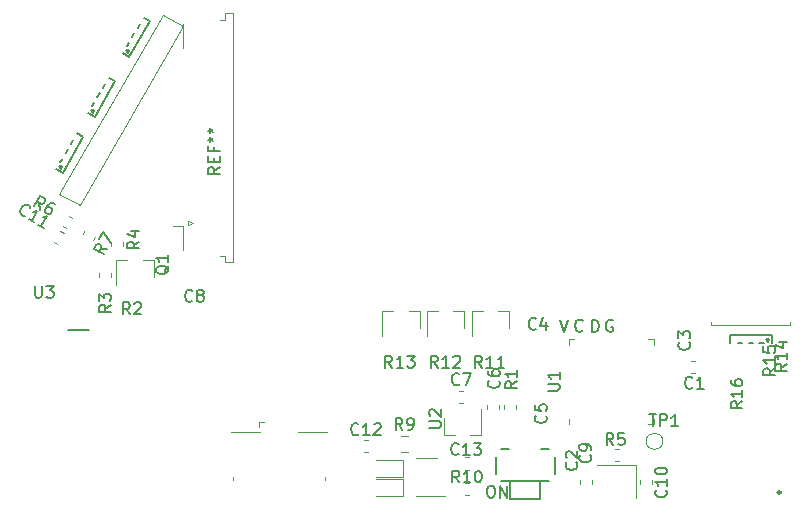
<source format=gto>
G04 #@! TF.GenerationSoftware,KiCad,Pcbnew,(5.1.6)-1*
G04 #@! TF.CreationDate,2021-01-06T20:51:57+08:00*
G04 #@! TF.ProjectId,main_V1.0,6d61696e-5f56-4312-9e30-2e6b69636164,rev?*
G04 #@! TF.SameCoordinates,Original*
G04 #@! TF.FileFunction,Legend,Top*
G04 #@! TF.FilePolarity,Positive*
%FSLAX46Y46*%
G04 Gerber Fmt 4.6, Leading zero omitted, Abs format (unit mm)*
G04 Created by KiCad (PCBNEW (5.1.6)-1) date 2021-01-06 20:51:57*
%MOMM*%
%LPD*%
G01*
G04 APERTURE LIST*
%ADD10C,0.152400*%
%ADD11C,0.120000*%
%ADD12C,0.150000*%
%ADD13C,0.250000*%
G04 APERTURE END LIST*
D10*
X80999995Y-19392900D02*
X80903233Y-19344519D01*
X80758090Y-19344519D01*
X80612947Y-19392900D01*
X80516185Y-19489661D01*
X80467804Y-19586423D01*
X80419423Y-19779947D01*
X80419423Y-19925090D01*
X80467804Y-20118614D01*
X80516185Y-20215376D01*
X80612947Y-20312138D01*
X80758090Y-20360519D01*
X80854852Y-20360519D01*
X80999995Y-20312138D01*
X81048376Y-20263757D01*
X81048376Y-19925090D01*
X80854852Y-19925090D01*
X79248604Y-20373219D02*
X79248604Y-19357219D01*
X79490509Y-19357219D01*
X79635652Y-19405600D01*
X79732414Y-19502361D01*
X79780795Y-19599123D01*
X79829176Y-19792647D01*
X79829176Y-19937790D01*
X79780795Y-20131314D01*
X79732414Y-20228076D01*
X79635652Y-20324838D01*
X79490509Y-20373219D01*
X79248604Y-20373219D01*
X78457576Y-20238357D02*
X78409195Y-20286738D01*
X78264052Y-20335119D01*
X78167290Y-20335119D01*
X78022147Y-20286738D01*
X77925385Y-20189976D01*
X77877004Y-20093214D01*
X77828623Y-19899690D01*
X77828623Y-19754547D01*
X77877004Y-19561023D01*
X77925385Y-19464261D01*
X78022147Y-19367500D01*
X78167290Y-19319119D01*
X78264052Y-19319119D01*
X78409195Y-19367500D01*
X78457576Y-19415880D01*
X76521733Y-19344519D02*
X76860400Y-20360519D01*
X77199066Y-19344519D01*
X70605347Y-33378019D02*
X70798871Y-33378019D01*
X70895633Y-33426400D01*
X70992395Y-33523161D01*
X71040776Y-33716685D01*
X71040776Y-34055352D01*
X70992395Y-34248876D01*
X70895633Y-34345638D01*
X70798871Y-34394019D01*
X70605347Y-34394019D01*
X70508585Y-34345638D01*
X70411823Y-34248876D01*
X70363442Y-34055352D01*
X70363442Y-33716685D01*
X70411823Y-33523161D01*
X70508585Y-33426400D01*
X70605347Y-33378019D01*
X71476204Y-34394019D02*
X71476204Y-33378019D01*
X72056776Y-34394019D01*
X72056776Y-33378019D01*
D11*
X34163299Y-8653044D02*
X35895349Y-9653044D01*
X42913300Y6502400D02*
X44645350Y5502400D01*
X44645350Y5502400D02*
X35895349Y-9653044D01*
X42913300Y6502400D02*
X34163299Y-8653044D01*
X96037400Y-19507200D02*
X96037400Y-19799300D01*
X89340000Y-19500000D02*
X89344500Y-19799300D01*
X89344500Y-19799300D02*
X96037400Y-19799300D01*
X47771500Y6069500D02*
X48216000Y6069500D01*
X48216000Y6641000D02*
X48216000Y6069500D01*
X44596500Y3656500D02*
X44596500Y5688500D01*
X48216000Y6641000D02*
X48851000Y6641000D01*
X47771500Y-13933000D02*
X48216000Y-13933000D01*
X48851000Y6641000D02*
X48851000Y-14441000D01*
X48216000Y-14441000D02*
X48851000Y-14441000D01*
X48216000Y-13933000D02*
X48216000Y-14441000D01*
X44596500Y-11408500D02*
X43771000Y-11408500D01*
X44596500Y-13425000D02*
X44596500Y-11408500D01*
X45462500Y-11150000D02*
X45062500Y-10950000D01*
X45062500Y-11350000D02*
X45462500Y-11150000D01*
X45062500Y-10950000D02*
X45062500Y-11350000D01*
X39562500Y-12727721D02*
X39562500Y-13053279D01*
X38542500Y-12727721D02*
X38542500Y-13053279D01*
X37162562Y-12331429D02*
X36999783Y-12613371D01*
X36279217Y-11821429D02*
X36116438Y-12103371D01*
D12*
X41827319Y5940742D02*
X41287785Y6252242D01*
X40077319Y2909654D02*
X39537785Y3221154D01*
X40077319Y2909654D02*
X41827319Y5940742D01*
X40052748Y3478096D02*
X39769278Y3495111D01*
X39769278Y3495111D02*
X39925748Y3258125D01*
X39925748Y3258125D02*
X40052748Y3478096D01*
X39873035Y3801824D02*
X40063535Y4131779D01*
X40317535Y4571720D02*
X40508035Y4901676D01*
X40793785Y5396609D02*
X40984285Y5726565D01*
X38880919Y860742D02*
X38341385Y1172242D01*
X37130919Y-2170346D02*
X36591385Y-1858846D01*
X37130919Y-2170346D02*
X38880919Y860742D01*
X37106348Y-1601904D02*
X36822878Y-1584889D01*
X36822878Y-1584889D02*
X36979348Y-1821875D01*
X36979348Y-1821875D02*
X37106348Y-1601904D01*
X36926635Y-1278176D02*
X37117135Y-948221D01*
X37371135Y-508280D02*
X37561635Y-178324D01*
X37847385Y316609D02*
X38037885Y646565D01*
X36195519Y-3875956D02*
X35655985Y-3564456D01*
X34445519Y-6907044D02*
X33905985Y-6595544D01*
X34445519Y-6907044D02*
X36195519Y-3875956D01*
X34420948Y-6338602D02*
X34137478Y-6321587D01*
X34137478Y-6321587D02*
X34293948Y-6558573D01*
X34293948Y-6558573D02*
X34420948Y-6338602D01*
X34241235Y-6014874D02*
X34431735Y-5684919D01*
X34685735Y-5244978D02*
X34876235Y-4915022D01*
X35161985Y-4420089D02*
X35352485Y-4090133D01*
X90972700Y-20649500D02*
X90972700Y-21272500D01*
X94472700Y-20649500D02*
X94472700Y-21272500D01*
X94472700Y-20649500D02*
X90972700Y-20649500D01*
X93992700Y-20955000D02*
X94119700Y-21209000D01*
X94119700Y-21209000D02*
X94246700Y-20955000D01*
X94246700Y-20955000D02*
X93992700Y-20955000D01*
X93802200Y-21272500D02*
X93421200Y-21272500D01*
X92913200Y-21272500D02*
X92532200Y-21272500D01*
X91960700Y-21272500D02*
X91579700Y-21272500D01*
D13*
X95228800Y-33960900D02*
G75*
G03*
X95228800Y-33960900I-125000J0D01*
G01*
D11*
X51068500Y-27964300D02*
X51068500Y-28414300D01*
X48868500Y-32914300D02*
X48868500Y-32664300D01*
X51068500Y-27964300D02*
X51518500Y-27964300D01*
X48704500Y-28816300D02*
X51181000Y-28816300D01*
X56668500Y-32914300D02*
X56668500Y-32664300D01*
X54356000Y-28816300D02*
X56832500Y-28816300D01*
X82968100Y-34458100D02*
X82968100Y-31658100D01*
X82968100Y-31658100D02*
X79668100Y-31658100D01*
D12*
X36690300Y-20205700D02*
X34848800Y-20205700D01*
D11*
X66707900Y-29093700D02*
X67637900Y-29093700D01*
X69867900Y-29093700D02*
X68937900Y-29093700D01*
X69867900Y-29093700D02*
X69867900Y-26933700D01*
X66707900Y-29093700D02*
X66707900Y-27633700D01*
X77263600Y-21439500D02*
X77263600Y-20964500D01*
X77263600Y-20964500D02*
X77738600Y-20964500D01*
X84483600Y-27709500D02*
X84483600Y-28184500D01*
X84483600Y-28184500D02*
X84008600Y-28184500D01*
X84483600Y-21439500D02*
X84483600Y-20964500D01*
X84483600Y-20964500D02*
X84008600Y-20964500D01*
X77263600Y-27709500D02*
X77263600Y-28184500D01*
X85243900Y-29629100D02*
G75*
G03*
X85243900Y-29629100I-700000J0D01*
G01*
D12*
X72313800Y-34505900D02*
X74853800Y-34505900D01*
X74853800Y-32981900D02*
X74853800Y-34481900D01*
X72313800Y-32981900D02*
X72313800Y-34481900D01*
X75615800Y-32981900D02*
X71551800Y-32981900D01*
X76083800Y-30982400D02*
X76083800Y-32410400D01*
X75615800Y-30283900D02*
X74957300Y-30283900D01*
X71083800Y-30982400D02*
X71083800Y-32410400D01*
X72186800Y-30283900D02*
X71551800Y-30283900D01*
D11*
X68518821Y-33183100D02*
X68844379Y-33183100D01*
X68518821Y-34203100D02*
X68844379Y-34203100D01*
X63114422Y-29147700D02*
X63631578Y-29147700D01*
X63114422Y-30567700D02*
X63631578Y-30567700D01*
X34975529Y-10538638D02*
X35257471Y-10701417D01*
X34465529Y-11421983D02*
X34747471Y-11584762D01*
X81531679Y-31269400D02*
X81206121Y-31269400D01*
X81531679Y-30249400D02*
X81206121Y-30249400D01*
X38508400Y-15369321D02*
X38508400Y-15694879D01*
X37488400Y-15369321D02*
X37488400Y-15694879D01*
X72823800Y-26545321D02*
X72823800Y-26870879D01*
X71803800Y-26545321D02*
X71803800Y-26870879D01*
X64673600Y-18556695D02*
X63743600Y-18556695D01*
X61513600Y-18556695D02*
X62443600Y-18556695D01*
X61513600Y-18556695D02*
X61513600Y-20716695D01*
X64673600Y-18556695D02*
X64673600Y-20016695D01*
X68432802Y-18569399D02*
X67502802Y-18569399D01*
X65272802Y-18569399D02*
X66202802Y-18569399D01*
X65272802Y-18569399D02*
X65272802Y-20729399D01*
X68432802Y-18569399D02*
X68432802Y-20029399D01*
X72242795Y-18582101D02*
X71312795Y-18582101D01*
X69082795Y-18582101D02*
X70012795Y-18582101D01*
X69082795Y-18582101D02*
X69082795Y-20742101D01*
X72242795Y-18582101D02*
X72242795Y-20042101D01*
X42143800Y-14264100D02*
X41213800Y-14264100D01*
X38983800Y-14264100D02*
X39913800Y-14264100D01*
X38983800Y-14264100D02*
X38983800Y-16424100D01*
X42143800Y-14264100D02*
X42143800Y-15724100D01*
X66165300Y-31003600D02*
X64365300Y-31003600D01*
X64365300Y-34223600D02*
X66815300Y-34223600D01*
X60972800Y-34263000D02*
X63257800Y-34263000D01*
X63257800Y-34263000D02*
X63257800Y-32793000D01*
X63257800Y-32793000D02*
X60972800Y-32793000D01*
X60972800Y-32675500D02*
X63257800Y-32675500D01*
X63257800Y-32675500D02*
X63257800Y-31205500D01*
X63257800Y-31205500D02*
X60972800Y-31205500D01*
X68844379Y-32018700D02*
X68518821Y-32018700D01*
X68844379Y-30998700D02*
X68518821Y-30998700D01*
X59984421Y-29550900D02*
X60309979Y-29550900D01*
X59984421Y-30570900D02*
X60309979Y-30570900D01*
X34226229Y-11846738D02*
X34508171Y-12009517D01*
X33716229Y-12730083D02*
X33998171Y-12892862D01*
X83297300Y-33220879D02*
X83297300Y-32895321D01*
X84317300Y-33220879D02*
X84317300Y-32895321D01*
X78230000Y-33233579D02*
X78230000Y-32908021D01*
X79250000Y-33233579D02*
X79250000Y-32908021D01*
X68010821Y-25334500D02*
X68336379Y-25334500D01*
X68010821Y-26354500D02*
X68336379Y-26354500D01*
X70330600Y-26870879D02*
X70330600Y-26545321D01*
X71350600Y-26870879D02*
X71350600Y-26545321D01*
X87970579Y-23814500D02*
X87645021Y-23814500D01*
X87970579Y-22794500D02*
X87645021Y-22794500D01*
D12*
X47734480Y-6413333D02*
X47258290Y-6746666D01*
X47734480Y-6984761D02*
X46734480Y-6984761D01*
X46734480Y-6603809D01*
X46782100Y-6508571D01*
X46829719Y-6460952D01*
X46924957Y-6413333D01*
X47067814Y-6413333D01*
X47163052Y-6460952D01*
X47210671Y-6508571D01*
X47258290Y-6603809D01*
X47258290Y-6984761D01*
X47210671Y-5984761D02*
X47210671Y-5651428D01*
X47734480Y-5508571D02*
X47734480Y-5984761D01*
X46734480Y-5984761D01*
X46734480Y-5508571D01*
X47210671Y-4746666D02*
X47210671Y-5080000D01*
X47734480Y-5080000D02*
X46734480Y-5080000D01*
X46734480Y-4603809D01*
X46734480Y-4080000D02*
X46972576Y-4080000D01*
X46877338Y-4318095D02*
X46972576Y-4080000D01*
X46877338Y-3841904D01*
X47163052Y-4222857D02*
X46972576Y-4080000D01*
X47163052Y-3937142D01*
X46734480Y-3318095D02*
X46972576Y-3318095D01*
X46877338Y-3556190D02*
X46972576Y-3318095D01*
X46877338Y-3080000D01*
X47163052Y-3460952D02*
X46972576Y-3318095D01*
X47163052Y-3175238D01*
X40914580Y-12714266D02*
X40438390Y-13047600D01*
X40914580Y-13285695D02*
X39914580Y-13285695D01*
X39914580Y-12904742D01*
X39962200Y-12809504D01*
X40009819Y-12761885D01*
X40105057Y-12714266D01*
X40247914Y-12714266D01*
X40343152Y-12761885D01*
X40390771Y-12809504D01*
X40438390Y-12904742D01*
X40438390Y-13285695D01*
X40247914Y-11857123D02*
X40914580Y-11857123D01*
X39866961Y-12095219D02*
X40581247Y-12333314D01*
X40581247Y-11714266D01*
X38217940Y-13311828D02*
X37638880Y-13362407D01*
X37932225Y-13806699D02*
X37066200Y-13306699D01*
X37256676Y-12976785D01*
X37345534Y-12918116D01*
X37410583Y-12900686D01*
X37516871Y-12907066D01*
X37640589Y-12978494D01*
X37699258Y-13067353D01*
X37716688Y-13132401D01*
X37710308Y-13238690D01*
X37519832Y-13568604D01*
X37518581Y-12523152D02*
X37851914Y-11945802D01*
X38503654Y-12816956D01*
X62323742Y-23388580D02*
X61990409Y-22912390D01*
X61752314Y-23388580D02*
X61752314Y-22388580D01*
X62133266Y-22388580D01*
X62228504Y-22436200D01*
X62276123Y-22483819D01*
X62323742Y-22579057D01*
X62323742Y-22721914D01*
X62276123Y-22817152D01*
X62228504Y-22864771D01*
X62133266Y-22912390D01*
X61752314Y-22912390D01*
X63276123Y-23388580D02*
X62704695Y-23388580D01*
X62990409Y-23388580D02*
X62990409Y-22388580D01*
X62895171Y-22531438D01*
X62799933Y-22626676D01*
X62704695Y-22674295D01*
X63609457Y-22388580D02*
X64228504Y-22388580D01*
X63895171Y-22769533D01*
X64038028Y-22769533D01*
X64133266Y-22817152D01*
X64180885Y-22864771D01*
X64228504Y-22960009D01*
X64228504Y-23198104D01*
X64180885Y-23293342D01*
X64133266Y-23340961D01*
X64038028Y-23388580D01*
X63752314Y-23388580D01*
X63657076Y-23340961D01*
X63609457Y-23293342D01*
X66184542Y-23388580D02*
X65851209Y-22912390D01*
X65613114Y-23388580D02*
X65613114Y-22388580D01*
X65994066Y-22388580D01*
X66089304Y-22436200D01*
X66136923Y-22483819D01*
X66184542Y-22579057D01*
X66184542Y-22721914D01*
X66136923Y-22817152D01*
X66089304Y-22864771D01*
X65994066Y-22912390D01*
X65613114Y-22912390D01*
X67136923Y-23388580D02*
X66565495Y-23388580D01*
X66851209Y-23388580D02*
X66851209Y-22388580D01*
X66755971Y-22531438D01*
X66660733Y-22626676D01*
X66565495Y-22674295D01*
X67517876Y-22483819D02*
X67565495Y-22436200D01*
X67660733Y-22388580D01*
X67898828Y-22388580D01*
X67994066Y-22436200D01*
X68041685Y-22483819D01*
X68089304Y-22579057D01*
X68089304Y-22674295D01*
X68041685Y-22817152D01*
X67470257Y-23388580D01*
X68089304Y-23388580D01*
X69918342Y-23413980D02*
X69585009Y-22937790D01*
X69346914Y-23413980D02*
X69346914Y-22413980D01*
X69727866Y-22413980D01*
X69823104Y-22461600D01*
X69870723Y-22509219D01*
X69918342Y-22604457D01*
X69918342Y-22747314D01*
X69870723Y-22842552D01*
X69823104Y-22890171D01*
X69727866Y-22937790D01*
X69346914Y-22937790D01*
X70870723Y-23413980D02*
X70299295Y-23413980D01*
X70585009Y-23413980D02*
X70585009Y-22413980D01*
X70489771Y-22556838D01*
X70394533Y-22652076D01*
X70299295Y-22699695D01*
X71823104Y-23413980D02*
X71251676Y-23413980D01*
X71537390Y-23413980D02*
X71537390Y-22413980D01*
X71442152Y-22556838D01*
X71346914Y-22652076D01*
X71251676Y-22699695D01*
X40130433Y-18867380D02*
X39797100Y-18391190D01*
X39559004Y-18867380D02*
X39559004Y-17867380D01*
X39939957Y-17867380D01*
X40035195Y-17915000D01*
X40082814Y-17962619D01*
X40130433Y-18057857D01*
X40130433Y-18200714D01*
X40082814Y-18295952D01*
X40035195Y-18343571D01*
X39939957Y-18391190D01*
X39559004Y-18391190D01*
X40511385Y-17962619D02*
X40559004Y-17915000D01*
X40654242Y-17867380D01*
X40892338Y-17867380D01*
X40987576Y-17915000D01*
X41035195Y-17962619D01*
X41082814Y-18057857D01*
X41082814Y-18153095D01*
X41035195Y-18295952D01*
X40463766Y-18867380D01*
X41082814Y-18867380D01*
X45422433Y-17706942D02*
X45374814Y-17754561D01*
X45231957Y-17802180D01*
X45136719Y-17802180D01*
X44993861Y-17754561D01*
X44898623Y-17659323D01*
X44851004Y-17564085D01*
X44803385Y-17373609D01*
X44803385Y-17230752D01*
X44851004Y-17040276D01*
X44898623Y-16945038D01*
X44993861Y-16849800D01*
X45136719Y-16802180D01*
X45231957Y-16802180D01*
X45374814Y-16849800D01*
X45422433Y-16897419D01*
X45993861Y-17230752D02*
X45898623Y-17183133D01*
X45851004Y-17135514D01*
X45803385Y-17040276D01*
X45803385Y-16992657D01*
X45851004Y-16897419D01*
X45898623Y-16849800D01*
X45993861Y-16802180D01*
X46184338Y-16802180D01*
X46279576Y-16849800D01*
X46327195Y-16897419D01*
X46374814Y-16992657D01*
X46374814Y-17040276D01*
X46327195Y-17135514D01*
X46279576Y-17183133D01*
X46184338Y-17230752D01*
X45993861Y-17230752D01*
X45898623Y-17278371D01*
X45851004Y-17325990D01*
X45803385Y-17421228D01*
X45803385Y-17611704D01*
X45851004Y-17706942D01*
X45898623Y-17754561D01*
X45993861Y-17802180D01*
X46184338Y-17802180D01*
X46279576Y-17754561D01*
X46327195Y-17706942D01*
X46374814Y-17611704D01*
X46374814Y-17421228D01*
X46327195Y-17325990D01*
X46279576Y-17278371D01*
X46184338Y-17230752D01*
X75325242Y-27446266D02*
X75372861Y-27493885D01*
X75420480Y-27636742D01*
X75420480Y-27731980D01*
X75372861Y-27874838D01*
X75277623Y-27970076D01*
X75182385Y-28017695D01*
X74991909Y-28065314D01*
X74849052Y-28065314D01*
X74658576Y-28017695D01*
X74563338Y-27970076D01*
X74468100Y-27874838D01*
X74420480Y-27731980D01*
X74420480Y-27636742D01*
X74468100Y-27493885D01*
X74515719Y-27446266D01*
X74420480Y-26541504D02*
X74420480Y-27017695D01*
X74896671Y-27065314D01*
X74849052Y-27017695D01*
X74801433Y-26922457D01*
X74801433Y-26684361D01*
X74849052Y-26589123D01*
X74896671Y-26541504D01*
X74991909Y-26493885D01*
X75230004Y-26493885D01*
X75325242Y-26541504D01*
X75372861Y-26589123D01*
X75420480Y-26684361D01*
X75420480Y-26922457D01*
X75372861Y-27017695D01*
X75325242Y-27065314D01*
X74509333Y-20081842D02*
X74461714Y-20129461D01*
X74318857Y-20177080D01*
X74223619Y-20177080D01*
X74080761Y-20129461D01*
X73985523Y-20034223D01*
X73937904Y-19938985D01*
X73890285Y-19748509D01*
X73890285Y-19605652D01*
X73937904Y-19415176D01*
X73985523Y-19319938D01*
X74080761Y-19224700D01*
X74223619Y-19177080D01*
X74318857Y-19177080D01*
X74461714Y-19224700D01*
X74509333Y-19272319D01*
X75366476Y-19510414D02*
X75366476Y-20177080D01*
X75128380Y-19129461D02*
X74890285Y-19843747D01*
X75509333Y-19843747D01*
X87466442Y-21248666D02*
X87514061Y-21296285D01*
X87561680Y-21439142D01*
X87561680Y-21534380D01*
X87514061Y-21677238D01*
X87418823Y-21772476D01*
X87323585Y-21820095D01*
X87133109Y-21867714D01*
X86990252Y-21867714D01*
X86799776Y-21820095D01*
X86704538Y-21772476D01*
X86609300Y-21677238D01*
X86561680Y-21534380D01*
X86561680Y-21439142D01*
X86609300Y-21296285D01*
X86656919Y-21248666D01*
X86561680Y-20915333D02*
X86561680Y-20296285D01*
X86942633Y-20629619D01*
X86942633Y-20486761D01*
X86990252Y-20391523D01*
X87037871Y-20343904D01*
X87133109Y-20296285D01*
X87371204Y-20296285D01*
X87466442Y-20343904D01*
X87514061Y-20391523D01*
X87561680Y-20486761D01*
X87561680Y-20772476D01*
X87514061Y-20867714D01*
X87466442Y-20915333D01*
X77916042Y-31408666D02*
X77963661Y-31456285D01*
X78011280Y-31599142D01*
X78011280Y-31694380D01*
X77963661Y-31837238D01*
X77868423Y-31932476D01*
X77773185Y-31980095D01*
X77582709Y-32027714D01*
X77439852Y-32027714D01*
X77249376Y-31980095D01*
X77154138Y-31932476D01*
X77058900Y-31837238D01*
X77011280Y-31694380D01*
X77011280Y-31599142D01*
X77058900Y-31456285D01*
X77106519Y-31408666D01*
X77106519Y-31027714D02*
X77058900Y-30980095D01*
X77011280Y-30884857D01*
X77011280Y-30646761D01*
X77058900Y-30551523D01*
X77106519Y-30503904D01*
X77201757Y-30456285D01*
X77296995Y-30456285D01*
X77439852Y-30503904D01*
X78011280Y-31075333D01*
X78011280Y-30456285D01*
X91988880Y-26253257D02*
X91512690Y-26586590D01*
X91988880Y-26824685D02*
X90988880Y-26824685D01*
X90988880Y-26443733D01*
X91036500Y-26348495D01*
X91084119Y-26300876D01*
X91179357Y-26253257D01*
X91322214Y-26253257D01*
X91417452Y-26300876D01*
X91465071Y-26348495D01*
X91512690Y-26443733D01*
X91512690Y-26824685D01*
X91988880Y-25300876D02*
X91988880Y-25872304D01*
X91988880Y-25586590D02*
X90988880Y-25586590D01*
X91131738Y-25681828D01*
X91226976Y-25777066D01*
X91274595Y-25872304D01*
X90988880Y-24443733D02*
X90988880Y-24634209D01*
X91036500Y-24729447D01*
X91084119Y-24777066D01*
X91226976Y-24872304D01*
X91417452Y-24919923D01*
X91798404Y-24919923D01*
X91893642Y-24872304D01*
X91941261Y-24824685D01*
X91988880Y-24729447D01*
X91988880Y-24538971D01*
X91941261Y-24443733D01*
X91893642Y-24396114D01*
X91798404Y-24348495D01*
X91560309Y-24348495D01*
X91465071Y-24396114D01*
X91417452Y-24443733D01*
X91369833Y-24538971D01*
X91369833Y-24729447D01*
X91417452Y-24824685D01*
X91465071Y-24872304D01*
X91560309Y-24919923D01*
X94767580Y-23446557D02*
X94291390Y-23779890D01*
X94767580Y-24017985D02*
X93767580Y-24017985D01*
X93767580Y-23637033D01*
X93815200Y-23541795D01*
X93862819Y-23494176D01*
X93958057Y-23446557D01*
X94100914Y-23446557D01*
X94196152Y-23494176D01*
X94243771Y-23541795D01*
X94291390Y-23637033D01*
X94291390Y-24017985D01*
X94767580Y-22494176D02*
X94767580Y-23065604D01*
X94767580Y-22779890D02*
X93767580Y-22779890D01*
X93910438Y-22875128D01*
X94005676Y-22970366D01*
X94053295Y-23065604D01*
X93767580Y-21589414D02*
X93767580Y-22065604D01*
X94243771Y-22113223D01*
X94196152Y-22065604D01*
X94148533Y-21970366D01*
X94148533Y-21732271D01*
X94196152Y-21637033D01*
X94243771Y-21589414D01*
X94339009Y-21541795D01*
X94577104Y-21541795D01*
X94672342Y-21589414D01*
X94719961Y-21637033D01*
X94767580Y-21732271D01*
X94767580Y-21970366D01*
X94719961Y-22065604D01*
X94672342Y-22113223D01*
X95755680Y-23065557D02*
X95279490Y-23398890D01*
X95755680Y-23636985D02*
X94755680Y-23636985D01*
X94755680Y-23256033D01*
X94803300Y-23160795D01*
X94850919Y-23113176D01*
X94946157Y-23065557D01*
X95089014Y-23065557D01*
X95184252Y-23113176D01*
X95231871Y-23160795D01*
X95279490Y-23256033D01*
X95279490Y-23636985D01*
X95755680Y-22113176D02*
X95755680Y-22684604D01*
X95755680Y-22398890D02*
X94755680Y-22398890D01*
X94898538Y-22494128D01*
X94993776Y-22589366D01*
X95041395Y-22684604D01*
X95089014Y-21256033D02*
X95755680Y-21256033D01*
X94708061Y-21494128D02*
X95422347Y-21732223D01*
X95422347Y-21113176D01*
X32092995Y-16470380D02*
X32092995Y-17279904D01*
X32140614Y-17375142D01*
X32188233Y-17422761D01*
X32283471Y-17470380D01*
X32473947Y-17470380D01*
X32569185Y-17422761D01*
X32616804Y-17375142D01*
X32664423Y-17279904D01*
X32664423Y-16470380D01*
X33045376Y-16470380D02*
X33664423Y-16470380D01*
X33331090Y-16851333D01*
X33473947Y-16851333D01*
X33569185Y-16898952D01*
X33616804Y-16946571D01*
X33664423Y-17041809D01*
X33664423Y-17279904D01*
X33616804Y-17375142D01*
X33569185Y-17422761D01*
X33473947Y-17470380D01*
X33188233Y-17470380D01*
X33092995Y-17422761D01*
X33045376Y-17375142D01*
X65454280Y-28486004D02*
X66263804Y-28486004D01*
X66359042Y-28438385D01*
X66406661Y-28390766D01*
X66454280Y-28295528D01*
X66454280Y-28105052D01*
X66406661Y-28009814D01*
X66359042Y-27962195D01*
X66263804Y-27914576D01*
X65454280Y-27914576D01*
X65549519Y-27486004D02*
X65501900Y-27438385D01*
X65454280Y-27343147D01*
X65454280Y-27105052D01*
X65501900Y-27009814D01*
X65549519Y-26962195D01*
X65644757Y-26914576D01*
X65739995Y-26914576D01*
X65882852Y-26962195D01*
X66454280Y-27533623D01*
X66454280Y-26914576D01*
X75505980Y-25336404D02*
X76315504Y-25336404D01*
X76410742Y-25288785D01*
X76458361Y-25241166D01*
X76505980Y-25145928D01*
X76505980Y-24955452D01*
X76458361Y-24860214D01*
X76410742Y-24812595D01*
X76315504Y-24764976D01*
X75505980Y-24764976D01*
X76505980Y-23764976D02*
X76505980Y-24336404D01*
X76505980Y-24050690D02*
X75505980Y-24050690D01*
X75648838Y-24145928D01*
X75744076Y-24241166D01*
X75791695Y-24336404D01*
X84107495Y-27328880D02*
X84678923Y-27328880D01*
X84393209Y-28328880D02*
X84393209Y-27328880D01*
X85012257Y-28328880D02*
X85012257Y-27328880D01*
X85393209Y-27328880D01*
X85488447Y-27376500D01*
X85536066Y-27424119D01*
X85583685Y-27519357D01*
X85583685Y-27662214D01*
X85536066Y-27757452D01*
X85488447Y-27805071D01*
X85393209Y-27852690D01*
X85012257Y-27852690D01*
X86536066Y-28328880D02*
X85964638Y-28328880D01*
X86250352Y-28328880D02*
X86250352Y-27328880D01*
X86155114Y-27471738D01*
X86059876Y-27566976D01*
X85964638Y-27614595D01*
X68000642Y-33104080D02*
X67667309Y-32627890D01*
X67429214Y-33104080D02*
X67429214Y-32104080D01*
X67810166Y-32104080D01*
X67905404Y-32151700D01*
X67953023Y-32199319D01*
X68000642Y-32294557D01*
X68000642Y-32437414D01*
X67953023Y-32532652D01*
X67905404Y-32580271D01*
X67810166Y-32627890D01*
X67429214Y-32627890D01*
X68953023Y-33104080D02*
X68381595Y-33104080D01*
X68667309Y-33104080D02*
X68667309Y-32104080D01*
X68572071Y-32246938D01*
X68476833Y-32342176D01*
X68381595Y-32389795D01*
X69572071Y-32104080D02*
X69667309Y-32104080D01*
X69762547Y-32151700D01*
X69810166Y-32199319D01*
X69857785Y-32294557D01*
X69905404Y-32485033D01*
X69905404Y-32723128D01*
X69857785Y-32913604D01*
X69810166Y-33008842D01*
X69762547Y-33056461D01*
X69667309Y-33104080D01*
X69572071Y-33104080D01*
X69476833Y-33056461D01*
X69429214Y-33008842D01*
X69381595Y-32913604D01*
X69333976Y-32723128D01*
X69333976Y-32485033D01*
X69381595Y-32294557D01*
X69429214Y-32199319D01*
X69476833Y-32151700D01*
X69572071Y-32104080D01*
X63206333Y-28660080D02*
X62873000Y-28183890D01*
X62634904Y-28660080D02*
X62634904Y-27660080D01*
X63015857Y-27660080D01*
X63111095Y-27707700D01*
X63158714Y-27755319D01*
X63206333Y-27850557D01*
X63206333Y-27993414D01*
X63158714Y-28088652D01*
X63111095Y-28136271D01*
X63015857Y-28183890D01*
X62634904Y-28183890D01*
X63682523Y-28660080D02*
X63873000Y-28660080D01*
X63968238Y-28612461D01*
X64015857Y-28564842D01*
X64111095Y-28421985D01*
X64158714Y-28231509D01*
X64158714Y-27850557D01*
X64111095Y-27755319D01*
X64063476Y-27707700D01*
X63968238Y-27660080D01*
X63777761Y-27660080D01*
X63682523Y-27707700D01*
X63634904Y-27755319D01*
X63587285Y-27850557D01*
X63587285Y-28088652D01*
X63634904Y-28183890D01*
X63682523Y-28231509D01*
X63777761Y-28279128D01*
X63968238Y-28279128D01*
X64063476Y-28231509D01*
X64111095Y-28183890D01*
X64158714Y-28088652D01*
X32509771Y-10011240D02*
X32459192Y-9432180D01*
X32014900Y-9725525D02*
X32514900Y-8859500D01*
X32844814Y-9049976D01*
X32903483Y-9138834D01*
X32920913Y-9203883D01*
X32914533Y-9310171D01*
X32843105Y-9433889D01*
X32754246Y-9492558D01*
X32689198Y-9509988D01*
X32582909Y-9503608D01*
X32252995Y-9313132D01*
X33752079Y-9573786D02*
X33587122Y-9478547D01*
X33480834Y-9472168D01*
X33415785Y-9489598D01*
X33261878Y-9565696D01*
X33125400Y-9706844D01*
X32934924Y-10036759D01*
X32928544Y-10143047D01*
X32945974Y-10208095D01*
X33004643Y-10296954D01*
X33169600Y-10392192D01*
X33275888Y-10398572D01*
X33340937Y-10381142D01*
X33429796Y-10322473D01*
X33548843Y-10116276D01*
X33555223Y-10009988D01*
X33537793Y-9944939D01*
X33479124Y-9856081D01*
X33314167Y-9760843D01*
X33207879Y-9754463D01*
X33142830Y-9771893D01*
X33053972Y-9830562D01*
X81062533Y-29941780D02*
X80729200Y-29465590D01*
X80491104Y-29941780D02*
X80491104Y-28941780D01*
X80872057Y-28941780D01*
X80967295Y-28989400D01*
X81014914Y-29037019D01*
X81062533Y-29132257D01*
X81062533Y-29275114D01*
X81014914Y-29370352D01*
X80967295Y-29417971D01*
X80872057Y-29465590D01*
X80491104Y-29465590D01*
X81967295Y-28941780D02*
X81491104Y-28941780D01*
X81443485Y-29417971D01*
X81491104Y-29370352D01*
X81586342Y-29322733D01*
X81824438Y-29322733D01*
X81919676Y-29370352D01*
X81967295Y-29417971D01*
X82014914Y-29513209D01*
X82014914Y-29751304D01*
X81967295Y-29846542D01*
X81919676Y-29894161D01*
X81824438Y-29941780D01*
X81586342Y-29941780D01*
X81491104Y-29894161D01*
X81443485Y-29846542D01*
X38514280Y-18073666D02*
X38038090Y-18407000D01*
X38514280Y-18645095D02*
X37514280Y-18645095D01*
X37514280Y-18264142D01*
X37561900Y-18168904D01*
X37609519Y-18121285D01*
X37704757Y-18073666D01*
X37847614Y-18073666D01*
X37942852Y-18121285D01*
X37990471Y-18168904D01*
X38038090Y-18264142D01*
X38038090Y-18645095D01*
X37514280Y-17740333D02*
X37514280Y-17121285D01*
X37895233Y-17454619D01*
X37895233Y-17311761D01*
X37942852Y-17216523D01*
X37990471Y-17168904D01*
X38085709Y-17121285D01*
X38323804Y-17121285D01*
X38419042Y-17168904D01*
X38466661Y-17216523D01*
X38514280Y-17311761D01*
X38514280Y-17597476D01*
X38466661Y-17692714D01*
X38419042Y-17740333D01*
X72893180Y-24563366D02*
X72416990Y-24896700D01*
X72893180Y-25134795D02*
X71893180Y-25134795D01*
X71893180Y-24753842D01*
X71940800Y-24658604D01*
X71988419Y-24610985D01*
X72083657Y-24563366D01*
X72226514Y-24563366D01*
X72321752Y-24610985D01*
X72369371Y-24658604D01*
X72416990Y-24753842D01*
X72416990Y-25134795D01*
X72893180Y-23610985D02*
X72893180Y-24182414D01*
X72893180Y-23896700D02*
X71893180Y-23896700D01*
X72036038Y-23991938D01*
X72131276Y-24087176D01*
X72178895Y-24182414D01*
X43422819Y-14751038D02*
X43375200Y-14846276D01*
X43279961Y-14941514D01*
X43137104Y-15084371D01*
X43089485Y-15179609D01*
X43089485Y-15274847D01*
X43327580Y-15227228D02*
X43279961Y-15322466D01*
X43184723Y-15417704D01*
X42994247Y-15465323D01*
X42660914Y-15465323D01*
X42470438Y-15417704D01*
X42375200Y-15322466D01*
X42327580Y-15227228D01*
X42327580Y-15036752D01*
X42375200Y-14941514D01*
X42470438Y-14846276D01*
X42660914Y-14798657D01*
X42994247Y-14798657D01*
X43184723Y-14846276D01*
X43279961Y-14941514D01*
X43327580Y-15036752D01*
X43327580Y-15227228D01*
X43327580Y-13846276D02*
X43327580Y-14417704D01*
X43327580Y-14131990D02*
X42327580Y-14131990D01*
X42470438Y-14227228D01*
X42565676Y-14322466D01*
X42613295Y-14417704D01*
X67949842Y-30697442D02*
X67902223Y-30745061D01*
X67759366Y-30792680D01*
X67664128Y-30792680D01*
X67521271Y-30745061D01*
X67426033Y-30649823D01*
X67378414Y-30554585D01*
X67330795Y-30364109D01*
X67330795Y-30221252D01*
X67378414Y-30030776D01*
X67426033Y-29935538D01*
X67521271Y-29840300D01*
X67664128Y-29792680D01*
X67759366Y-29792680D01*
X67902223Y-29840300D01*
X67949842Y-29887919D01*
X68902223Y-30792680D02*
X68330795Y-30792680D01*
X68616509Y-30792680D02*
X68616509Y-29792680D01*
X68521271Y-29935538D01*
X68426033Y-30030776D01*
X68330795Y-30078395D01*
X69235557Y-29792680D02*
X69854604Y-29792680D01*
X69521271Y-30173633D01*
X69664128Y-30173633D01*
X69759366Y-30221252D01*
X69806985Y-30268871D01*
X69854604Y-30364109D01*
X69854604Y-30602204D01*
X69806985Y-30697442D01*
X69759366Y-30745061D01*
X69664128Y-30792680D01*
X69378414Y-30792680D01*
X69283176Y-30745061D01*
X69235557Y-30697442D01*
X59466242Y-29008342D02*
X59418623Y-29055961D01*
X59275766Y-29103580D01*
X59180528Y-29103580D01*
X59037671Y-29055961D01*
X58942433Y-28960723D01*
X58894814Y-28865485D01*
X58847195Y-28675009D01*
X58847195Y-28532152D01*
X58894814Y-28341676D01*
X58942433Y-28246438D01*
X59037671Y-28151200D01*
X59180528Y-28103580D01*
X59275766Y-28103580D01*
X59418623Y-28151200D01*
X59466242Y-28198819D01*
X60418623Y-29103580D02*
X59847195Y-29103580D01*
X60132909Y-29103580D02*
X60132909Y-28103580D01*
X60037671Y-28246438D01*
X59942433Y-28341676D01*
X59847195Y-28389295D01*
X60799576Y-28198819D02*
X60847195Y-28151200D01*
X60942433Y-28103580D01*
X61180528Y-28103580D01*
X61275766Y-28151200D01*
X61323385Y-28198819D01*
X61371004Y-28294057D01*
X61371004Y-28389295D01*
X61323385Y-28532152D01*
X60751957Y-29103580D01*
X61371004Y-29103580D01*
X31268697Y-10541566D02*
X31203649Y-10558995D01*
X31056121Y-10528806D01*
X30973643Y-10481187D01*
X30873734Y-10368519D01*
X30838875Y-10238422D01*
X30845254Y-10132134D01*
X30899253Y-9943367D01*
X30970682Y-9819649D01*
X31107159Y-9678501D01*
X31196017Y-9619832D01*
X31326115Y-9584973D01*
X31473643Y-9615162D01*
X31556121Y-9662781D01*
X31656030Y-9775449D01*
X31673459Y-9840498D01*
X32045865Y-11100235D02*
X31550993Y-10814521D01*
X31798429Y-10957378D02*
X32298429Y-10091352D01*
X32144521Y-10167451D01*
X32014424Y-10202311D01*
X31908136Y-10195931D01*
X32870651Y-11576425D02*
X32375779Y-11290711D01*
X32623215Y-11433568D02*
X33123215Y-10567543D01*
X32969308Y-10643642D01*
X32839210Y-10678501D01*
X32732922Y-10672121D01*
X85497942Y-33764457D02*
X85545561Y-33812076D01*
X85593180Y-33954933D01*
X85593180Y-34050171D01*
X85545561Y-34193028D01*
X85450323Y-34288266D01*
X85355085Y-34335885D01*
X85164609Y-34383504D01*
X85021752Y-34383504D01*
X84831276Y-34335885D01*
X84736038Y-34288266D01*
X84640800Y-34193028D01*
X84593180Y-34050171D01*
X84593180Y-33954933D01*
X84640800Y-33812076D01*
X84688419Y-33764457D01*
X85593180Y-32812076D02*
X85593180Y-33383504D01*
X85593180Y-33097790D02*
X84593180Y-33097790D01*
X84736038Y-33193028D01*
X84831276Y-33288266D01*
X84878895Y-33383504D01*
X84593180Y-32193028D02*
X84593180Y-32097790D01*
X84640800Y-32002552D01*
X84688419Y-31954933D01*
X84783657Y-31907314D01*
X84974133Y-31859695D01*
X85212228Y-31859695D01*
X85402704Y-31907314D01*
X85497942Y-31954933D01*
X85545561Y-32002552D01*
X85593180Y-32097790D01*
X85593180Y-32193028D01*
X85545561Y-32288266D01*
X85497942Y-32335885D01*
X85402704Y-32383504D01*
X85212228Y-32431123D01*
X84974133Y-32431123D01*
X84783657Y-32383504D01*
X84688419Y-32335885D01*
X84640800Y-32288266D01*
X84593180Y-32193028D01*
X79097142Y-30799066D02*
X79144761Y-30846685D01*
X79192380Y-30989542D01*
X79192380Y-31084780D01*
X79144761Y-31227638D01*
X79049523Y-31322876D01*
X78954285Y-31370495D01*
X78763809Y-31418114D01*
X78620952Y-31418114D01*
X78430476Y-31370495D01*
X78335238Y-31322876D01*
X78240000Y-31227638D01*
X78192380Y-31084780D01*
X78192380Y-30989542D01*
X78240000Y-30846685D01*
X78287619Y-30799066D01*
X79192380Y-30322876D02*
X79192380Y-30132400D01*
X79144761Y-30037161D01*
X79097142Y-29989542D01*
X78954285Y-29894304D01*
X78763809Y-29846685D01*
X78382857Y-29846685D01*
X78287619Y-29894304D01*
X78240000Y-29941923D01*
X78192380Y-30037161D01*
X78192380Y-30227638D01*
X78240000Y-30322876D01*
X78287619Y-30370495D01*
X78382857Y-30418114D01*
X78620952Y-30418114D01*
X78716190Y-30370495D01*
X78763809Y-30322876D01*
X78811428Y-30227638D01*
X78811428Y-30037161D01*
X78763809Y-29941923D01*
X78716190Y-29894304D01*
X78620952Y-29846685D01*
X68006933Y-24771642D02*
X67959314Y-24819261D01*
X67816457Y-24866880D01*
X67721219Y-24866880D01*
X67578361Y-24819261D01*
X67483123Y-24724023D01*
X67435504Y-24628785D01*
X67387885Y-24438309D01*
X67387885Y-24295452D01*
X67435504Y-24104976D01*
X67483123Y-24009738D01*
X67578361Y-23914500D01*
X67721219Y-23866880D01*
X67816457Y-23866880D01*
X67959314Y-23914500D01*
X68006933Y-23962119D01*
X68340266Y-23866880D02*
X69006933Y-23866880D01*
X68578361Y-24866880D01*
X71337442Y-24499866D02*
X71385061Y-24547485D01*
X71432680Y-24690342D01*
X71432680Y-24785580D01*
X71385061Y-24928438D01*
X71289823Y-25023676D01*
X71194585Y-25071295D01*
X71004109Y-25118914D01*
X70861252Y-25118914D01*
X70670776Y-25071295D01*
X70575538Y-25023676D01*
X70480300Y-24928438D01*
X70432680Y-24785580D01*
X70432680Y-24690342D01*
X70480300Y-24547485D01*
X70527919Y-24499866D01*
X70432680Y-23642723D02*
X70432680Y-23833200D01*
X70480300Y-23928438D01*
X70527919Y-23976057D01*
X70670776Y-24071295D01*
X70861252Y-24118914D01*
X71242204Y-24118914D01*
X71337442Y-24071295D01*
X71385061Y-24023676D01*
X71432680Y-23928438D01*
X71432680Y-23737961D01*
X71385061Y-23642723D01*
X71337442Y-23595104D01*
X71242204Y-23547485D01*
X71004109Y-23547485D01*
X70908871Y-23595104D01*
X70861252Y-23642723D01*
X70813633Y-23737961D01*
X70813633Y-23928438D01*
X70861252Y-24023676D01*
X70908871Y-24071295D01*
X71004109Y-24118914D01*
X87742733Y-25071342D02*
X87695114Y-25118961D01*
X87552257Y-25166580D01*
X87457019Y-25166580D01*
X87314161Y-25118961D01*
X87218923Y-25023723D01*
X87171304Y-24928485D01*
X87123685Y-24738009D01*
X87123685Y-24595152D01*
X87171304Y-24404676D01*
X87218923Y-24309438D01*
X87314161Y-24214200D01*
X87457019Y-24166580D01*
X87552257Y-24166580D01*
X87695114Y-24214200D01*
X87742733Y-24261819D01*
X88695114Y-25166580D02*
X88123685Y-25166580D01*
X88409400Y-25166580D02*
X88409400Y-24166580D01*
X88314161Y-24309438D01*
X88218923Y-24404676D01*
X88123685Y-24452295D01*
M02*

</source>
